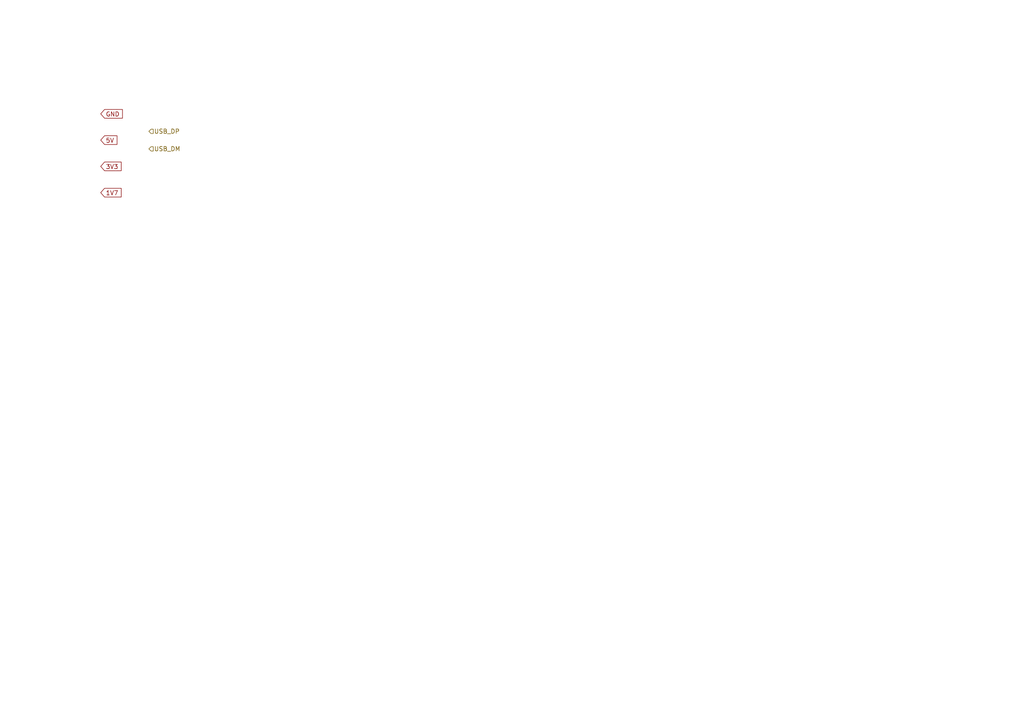
<source format=kicad_sch>
(kicad_sch (version 20230121) (generator eeschema)
  (paper "A4")
  (lib_symbols)
  (global_label "GND" (shape input) (at 29.21 33.02 0) (property "Intersheetrefs" "${INTERSHEET_REFS}" (effects hide)))
  (global_label "3V3" (shape input) (at 29.21 48.26 0) (property "Intersheetrefs" "${INTERSHEET_REFS}" (effects hide)))
  (global_label "5V" (shape input) (at 29.21 40.64 0) (property "Intersheetrefs" "${INTERSHEET_REFS}" (effects hide)))
  (global_label "1V7" (shape input) (at 29.21 55.88 0) (property "Intersheetrefs" "${INTERSHEET_REFS}" (effects hide)))
  (hierarchical_label "USB_DP" (shape input) (at 43.18 38.1 0))
  (hierarchical_label "USB_DM" (shape input) (at 43.18 43.18 0))
)
</source>
